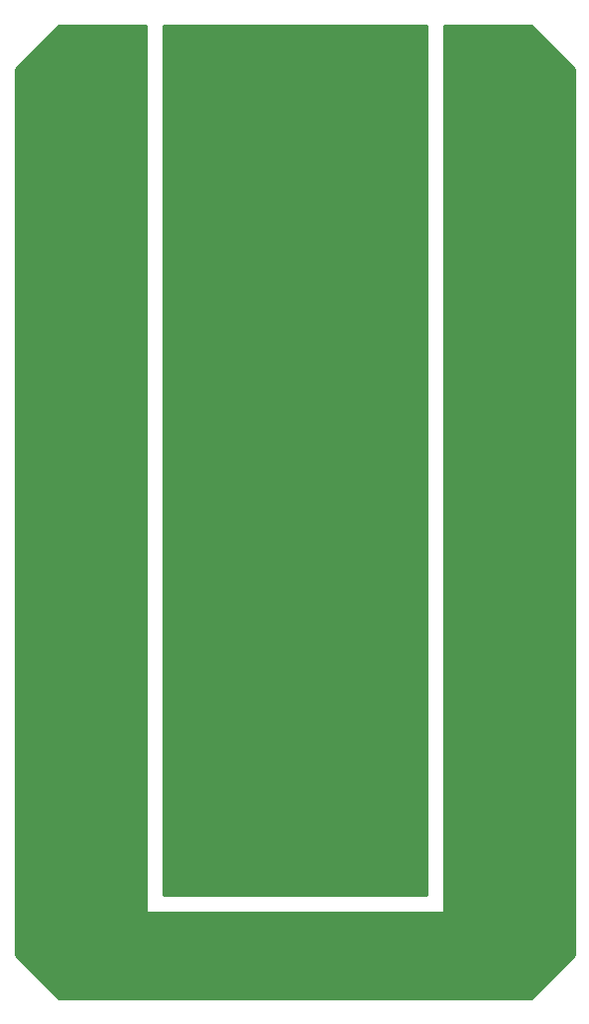
<source format=gbr>
G04 #@! TF.FileFunction,Copper,L2,Bot,Signal*
%FSLAX46Y46*%
G04 Gerber Fmt 4.6, Leading zero omitted, Abs format (unit mm)*
G04 Created by KiCad (PCBNEW 4.0.7-e2-6376~58~ubuntu16.04.1) date Mon Sep 11 21:05:43 2017*
%MOMM*%
%LPD*%
G01*
G04 APERTURE LIST*
%ADD10C,0.100000*%
%ADD11C,6.000000*%
%ADD12C,0.254000*%
G04 APERTURE END LIST*
D10*
D11*
X142875000Y-62230000D03*
X150375000Y-62230000D03*
X142875000Y-74930000D03*
X150375000Y-74930000D03*
X142875000Y-87630000D03*
X150375000Y-87630000D03*
X142875000Y-100330000D03*
X150375000Y-100330000D03*
X142875000Y-113030000D03*
X150375000Y-113030000D03*
X142875000Y-125730000D03*
X150375000Y-125730000D03*
X126365000Y-62230000D03*
X118865000Y-62230000D03*
X126365000Y-74930000D03*
X118865000Y-74930000D03*
X126365000Y-87630000D03*
X118865000Y-87630000D03*
X126365000Y-100330000D03*
X118865000Y-100330000D03*
X126365000Y-113030000D03*
X118865000Y-113030000D03*
X126365000Y-125730000D03*
X118865000Y-125730000D03*
D12*
G36*
X121793000Y-130810000D02*
X121803006Y-130859410D01*
X121831447Y-130901035D01*
X121873841Y-130928315D01*
X121920000Y-130937000D01*
X147320000Y-130937000D01*
X147369410Y-130926994D01*
X147411035Y-130898553D01*
X147438315Y-130856159D01*
X147447000Y-130810000D01*
X147447000Y-54737000D01*
X154887394Y-54737000D01*
X158623000Y-58472606D01*
X158623000Y-134567394D01*
X154887394Y-138303000D01*
X114352606Y-138303000D01*
X110617000Y-134567394D01*
X110617000Y-58472606D01*
X114352606Y-54737000D01*
X121793000Y-54737000D01*
X121793000Y-130810000D01*
X121793000Y-130810000D01*
G37*
X121793000Y-130810000D02*
X121803006Y-130859410D01*
X121831447Y-130901035D01*
X121873841Y-130928315D01*
X121920000Y-130937000D01*
X147320000Y-130937000D01*
X147369410Y-130926994D01*
X147411035Y-130898553D01*
X147438315Y-130856159D01*
X147447000Y-130810000D01*
X147447000Y-54737000D01*
X154887394Y-54737000D01*
X158623000Y-58472606D01*
X158623000Y-134567394D01*
X154887394Y-138303000D01*
X114352606Y-138303000D01*
X110617000Y-134567394D01*
X110617000Y-58472606D01*
X114352606Y-54737000D01*
X121793000Y-54737000D01*
X121793000Y-130810000D01*
G36*
X145923000Y-129413000D02*
X123317000Y-129413000D01*
X123317000Y-54737000D01*
X145923000Y-54737000D01*
X145923000Y-129413000D01*
X145923000Y-129413000D01*
G37*
X145923000Y-129413000D02*
X123317000Y-129413000D01*
X123317000Y-54737000D01*
X145923000Y-54737000D01*
X145923000Y-129413000D01*
M02*

</source>
